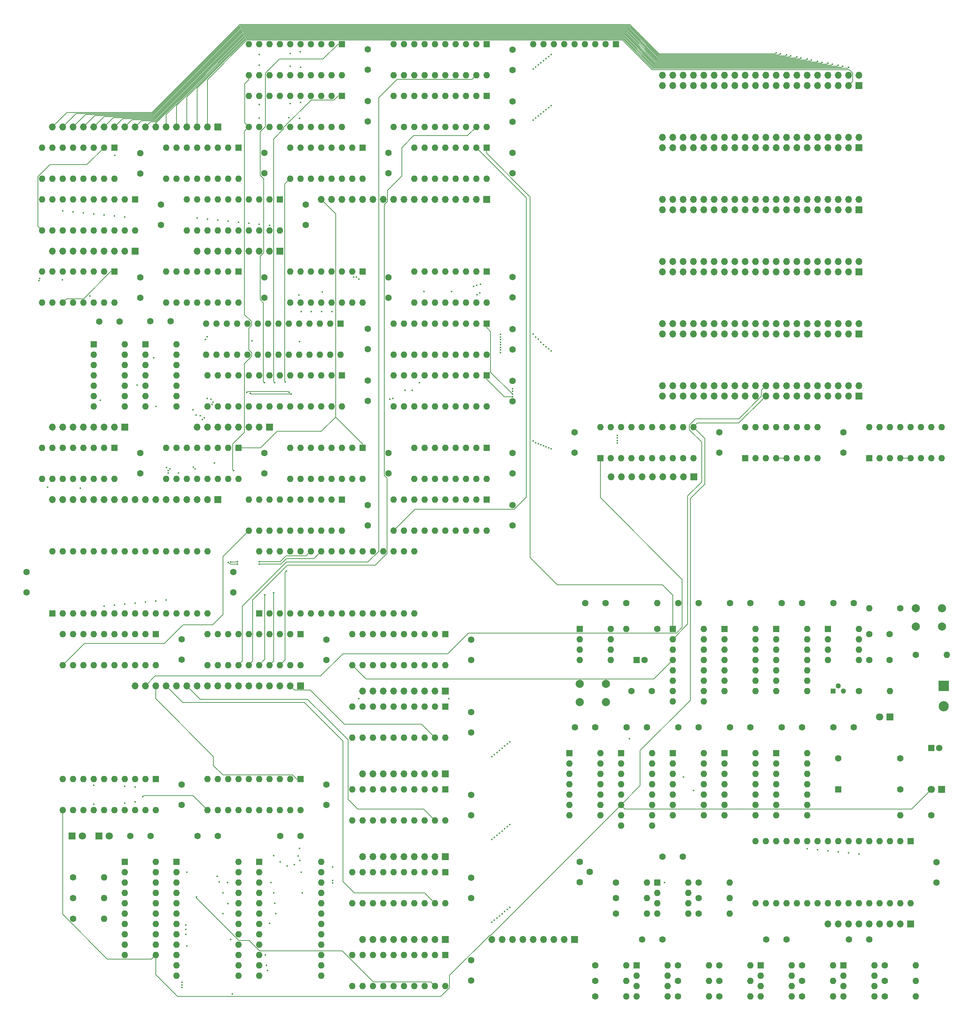
<source format=gbr>
G04 #@! TF.GenerationSoftware,KiCad,Pcbnew,(5.1.0-0)*
G04 #@! TF.CreationDate,2019-10-08T22:08:13-07:00*
G04 #@! TF.ProjectId,MainBoard,4d61696e-426f-4617-9264-2e6b69636164,rev?*
G04 #@! TF.SameCoordinates,Original*
G04 #@! TF.FileFunction,Copper,L3,Inr*
G04 #@! TF.FilePolarity,Positive*
%FSLAX46Y46*%
G04 Gerber Fmt 4.6, Leading zero omitted, Abs format (unit mm)*
G04 Created by KiCad (PCBNEW (5.1.0-0)) date 2019-10-08 22:08:13*
%MOMM*%
%LPD*%
G04 APERTURE LIST*
%ADD10C,2.500000*%
%ADD11R,2.500000X2.500000*%
%ADD12O,1.600000X1.600000*%
%ADD13R,1.600000X1.600000*%
%ADD14C,1.600000*%
%ADD15O,1.700000X1.700000*%
%ADD16R,1.700000X1.700000*%
%ADD17R,1.300000X1.300000*%
%ADD18C,1.300000*%
%ADD19C,2.000000*%
%ADD20C,1.620000*%
%ADD21C,1.800000*%
%ADD22R,1.800000X1.800000*%
%ADD23C,0.450000*%
%ADD24C,0.127000*%
G04 APERTURE END LIST*
D10*
X368808000Y-208200000D03*
D11*
X368808000Y-203200000D03*
D12*
X180340000Y-119380000D03*
X172720000Y-134620000D03*
X180340000Y-121920000D03*
X172720000Y-132080000D03*
X180340000Y-124460000D03*
X172720000Y-129540000D03*
X180340000Y-127000000D03*
X172720000Y-127000000D03*
X180340000Y-129540000D03*
X172720000Y-124460000D03*
X180340000Y-132080000D03*
X172720000Y-121920000D03*
X180340000Y-134620000D03*
D13*
X172720000Y-119380000D03*
D12*
X167640000Y-119380000D03*
X160020000Y-134620000D03*
X167640000Y-121920000D03*
X160020000Y-132080000D03*
X167640000Y-124460000D03*
X160020000Y-129540000D03*
X167640000Y-127000000D03*
X160020000Y-127000000D03*
X167640000Y-129540000D03*
X160020000Y-124460000D03*
X167640000Y-132080000D03*
X160020000Y-121920000D03*
X167640000Y-134620000D03*
D13*
X160020000Y-119380000D03*
D12*
X350520000Y-139700000D03*
X368300000Y-147320000D03*
X353060000Y-139700000D03*
X365760000Y-147320000D03*
X355600000Y-139700000D03*
X363220000Y-147320000D03*
X358140000Y-139700000D03*
X360680000Y-147320000D03*
X360680000Y-139700000D03*
X358140000Y-147320000D03*
X363220000Y-139700000D03*
X355600000Y-147320000D03*
X365760000Y-139700000D03*
X353060000Y-147320000D03*
X368300000Y-139700000D03*
D13*
X350520000Y-147320000D03*
D14*
X262890000Y-115650000D03*
X262890000Y-120650000D03*
X344170000Y-145970000D03*
X344170000Y-140970000D03*
D15*
X299720000Y-83820000D03*
X299720000Y-86360000D03*
X302260000Y-83820000D03*
X302260000Y-86360000D03*
X304800000Y-83820000D03*
X304800000Y-86360000D03*
X307340000Y-83820000D03*
X307340000Y-86360000D03*
X309880000Y-83820000D03*
X309880000Y-86360000D03*
X312420000Y-83820000D03*
X312420000Y-86360000D03*
X314960000Y-83820000D03*
X314960000Y-86360000D03*
X317500000Y-83820000D03*
X317500000Y-86360000D03*
X320040000Y-83820000D03*
X320040000Y-86360000D03*
X322580000Y-83820000D03*
X322580000Y-86360000D03*
X325120000Y-83820000D03*
X325120000Y-86360000D03*
X327660000Y-83820000D03*
X327660000Y-86360000D03*
X330200000Y-83820000D03*
X330200000Y-86360000D03*
X332740000Y-83820000D03*
X332740000Y-86360000D03*
X335280000Y-83820000D03*
X335280000Y-86360000D03*
X337820000Y-83820000D03*
X337820000Y-86360000D03*
X340360000Y-83820000D03*
X340360000Y-86360000D03*
X342900000Y-83820000D03*
X342900000Y-86360000D03*
X345440000Y-83820000D03*
X345440000Y-86360000D03*
X347980000Y-83820000D03*
D16*
X347980000Y-86360000D03*
D15*
X299720000Y-114300000D03*
X299720000Y-116840000D03*
X302260000Y-114300000D03*
X302260000Y-116840000D03*
X304800000Y-114300000D03*
X304800000Y-116840000D03*
X307340000Y-114300000D03*
X307340000Y-116840000D03*
X309880000Y-114300000D03*
X309880000Y-116840000D03*
X312420000Y-114300000D03*
X312420000Y-116840000D03*
X314960000Y-114300000D03*
X314960000Y-116840000D03*
X317500000Y-114300000D03*
X317500000Y-116840000D03*
X320040000Y-114300000D03*
X320040000Y-116840000D03*
X322580000Y-114300000D03*
X322580000Y-116840000D03*
X325120000Y-114300000D03*
X325120000Y-116840000D03*
X327660000Y-114300000D03*
X327660000Y-116840000D03*
X330200000Y-114300000D03*
X330200000Y-116840000D03*
X332740000Y-114300000D03*
X332740000Y-116840000D03*
X335280000Y-114300000D03*
X335280000Y-116840000D03*
X337820000Y-114300000D03*
X337820000Y-116840000D03*
X340360000Y-114300000D03*
X340360000Y-116840000D03*
X342900000Y-114300000D03*
X342900000Y-116840000D03*
X345440000Y-114300000D03*
X345440000Y-116840000D03*
X347980000Y-114300000D03*
D16*
X347980000Y-116840000D03*
D15*
X299720000Y-53340000D03*
X299720000Y-55880000D03*
X302260000Y-53340000D03*
X302260000Y-55880000D03*
X304800000Y-53340000D03*
X304800000Y-55880000D03*
X307340000Y-53340000D03*
X307340000Y-55880000D03*
X309880000Y-53340000D03*
X309880000Y-55880000D03*
X312420000Y-53340000D03*
X312420000Y-55880000D03*
X314960000Y-53340000D03*
X314960000Y-55880000D03*
X317500000Y-53340000D03*
X317500000Y-55880000D03*
X320040000Y-53340000D03*
X320040000Y-55880000D03*
X322580000Y-53340000D03*
X322580000Y-55880000D03*
X325120000Y-53340000D03*
X325120000Y-55880000D03*
X327660000Y-53340000D03*
X327660000Y-55880000D03*
X330200000Y-53340000D03*
X330200000Y-55880000D03*
X332740000Y-53340000D03*
X332740000Y-55880000D03*
X335280000Y-53340000D03*
X335280000Y-55880000D03*
X337820000Y-53340000D03*
X337820000Y-55880000D03*
X340360000Y-53340000D03*
X340360000Y-55880000D03*
X342900000Y-53340000D03*
X342900000Y-55880000D03*
X345440000Y-53340000D03*
X345440000Y-55880000D03*
X347980000Y-53340000D03*
D16*
X347980000Y-55880000D03*
D15*
X299720000Y-129540000D03*
X299720000Y-132080000D03*
X302260000Y-129540000D03*
X302260000Y-132080000D03*
X304800000Y-129540000D03*
X304800000Y-132080000D03*
X307340000Y-129540000D03*
X307340000Y-132080000D03*
X309880000Y-129540000D03*
X309880000Y-132080000D03*
X312420000Y-129540000D03*
X312420000Y-132080000D03*
X314960000Y-129540000D03*
X314960000Y-132080000D03*
X317500000Y-129540000D03*
X317500000Y-132080000D03*
X320040000Y-129540000D03*
X320040000Y-132080000D03*
X322580000Y-129540000D03*
X322580000Y-132080000D03*
X325120000Y-129540000D03*
X325120000Y-132080000D03*
X327660000Y-129540000D03*
X327660000Y-132080000D03*
X330200000Y-129540000D03*
X330200000Y-132080000D03*
X332740000Y-129540000D03*
X332740000Y-132080000D03*
X335280000Y-129540000D03*
X335280000Y-132080000D03*
X337820000Y-129540000D03*
X337820000Y-132080000D03*
X340360000Y-129540000D03*
X340360000Y-132080000D03*
X342900000Y-129540000D03*
X342900000Y-132080000D03*
X345440000Y-129540000D03*
X345440000Y-132080000D03*
X347980000Y-129540000D03*
D16*
X347980000Y-132080000D03*
D15*
X299720000Y-99060000D03*
X299720000Y-101600000D03*
X302260000Y-99060000D03*
X302260000Y-101600000D03*
X304800000Y-99060000D03*
X304800000Y-101600000D03*
X307340000Y-99060000D03*
X307340000Y-101600000D03*
X309880000Y-99060000D03*
X309880000Y-101600000D03*
X312420000Y-99060000D03*
X312420000Y-101600000D03*
X314960000Y-99060000D03*
X314960000Y-101600000D03*
X317500000Y-99060000D03*
X317500000Y-101600000D03*
X320040000Y-99060000D03*
X320040000Y-101600000D03*
X322580000Y-99060000D03*
X322580000Y-101600000D03*
X325120000Y-99060000D03*
X325120000Y-101600000D03*
X327660000Y-99060000D03*
X327660000Y-101600000D03*
X330200000Y-99060000D03*
X330200000Y-101600000D03*
X332740000Y-99060000D03*
X332740000Y-101600000D03*
X335280000Y-99060000D03*
X335280000Y-101600000D03*
X337820000Y-99060000D03*
X337820000Y-101600000D03*
X340360000Y-99060000D03*
X340360000Y-101600000D03*
X342900000Y-99060000D03*
X342900000Y-101600000D03*
X345440000Y-99060000D03*
X345440000Y-101600000D03*
X347980000Y-99060000D03*
D16*
X347980000Y-101600000D03*
D15*
X299720000Y-68580000D03*
X299720000Y-71120000D03*
X302260000Y-68580000D03*
X302260000Y-71120000D03*
X304800000Y-68580000D03*
X304800000Y-71120000D03*
X307340000Y-68580000D03*
X307340000Y-71120000D03*
X309880000Y-68580000D03*
X309880000Y-71120000D03*
X312420000Y-68580000D03*
X312420000Y-71120000D03*
X314960000Y-68580000D03*
X314960000Y-71120000D03*
X317500000Y-68580000D03*
X317500000Y-71120000D03*
X320040000Y-68580000D03*
X320040000Y-71120000D03*
X322580000Y-68580000D03*
X322580000Y-71120000D03*
X325120000Y-68580000D03*
X325120000Y-71120000D03*
X327660000Y-68580000D03*
X327660000Y-71120000D03*
X330200000Y-68580000D03*
X330200000Y-71120000D03*
X332740000Y-68580000D03*
X332740000Y-71120000D03*
X335280000Y-68580000D03*
X335280000Y-71120000D03*
X337820000Y-68580000D03*
X337820000Y-71120000D03*
X340360000Y-68580000D03*
X340360000Y-71120000D03*
X342900000Y-68580000D03*
X342900000Y-71120000D03*
X345440000Y-68580000D03*
X345440000Y-71120000D03*
X347980000Y-68580000D03*
D16*
X347980000Y-71120000D03*
D12*
X175260000Y-198115800D03*
X152400000Y-190495800D03*
X172720000Y-198115800D03*
X154940000Y-190495800D03*
X170180000Y-198115800D03*
X157480000Y-190495800D03*
X167640000Y-198115800D03*
X160020000Y-190495800D03*
X165100000Y-198115800D03*
X162560000Y-190495800D03*
X162560000Y-198115800D03*
X165100000Y-190495800D03*
X160020000Y-198115800D03*
X167640000Y-190495800D03*
X157480000Y-198115800D03*
X170180000Y-190495800D03*
X154940000Y-198115800D03*
X172720000Y-190495800D03*
X152400000Y-198115800D03*
D13*
X175260000Y-190495800D03*
D14*
X341710000Y-182880000D03*
X346710000Y-182880000D03*
X358140000Y-228600000D03*
X358140000Y-220980000D03*
X342900000Y-220980000D03*
D13*
X342900000Y-228600000D03*
D12*
X355600000Y-204470000D03*
D14*
X347980000Y-204470000D03*
D12*
X350520000Y-184150000D03*
D14*
X358140000Y-184150000D03*
D12*
X369570000Y-195580000D03*
D14*
X361950000Y-195580000D03*
X355520000Y-190500000D03*
X350520000Y-190500000D03*
X355520000Y-196850000D03*
X350520000Y-196850000D03*
D12*
X290830000Y-189230000D03*
D14*
X298450000Y-189230000D03*
D12*
X298450000Y-182880000D03*
D14*
X290830000Y-182880000D03*
X297100000Y-204470000D03*
X292100000Y-204470000D03*
X295370000Y-196850000D03*
D13*
X293370000Y-196850000D03*
D12*
X256540000Y-53340000D03*
X233680000Y-45720000D03*
X254000000Y-53340000D03*
X236220000Y-45720000D03*
X251460000Y-53340000D03*
X238760000Y-45720000D03*
X248920000Y-53340000D03*
X241300000Y-45720000D03*
X246380000Y-53340000D03*
X243840000Y-45720000D03*
X243840000Y-53340000D03*
X246380000Y-45720000D03*
X241300000Y-53340000D03*
X248920000Y-45720000D03*
X238760000Y-53340000D03*
X251460000Y-45720000D03*
X236220000Y-53340000D03*
X254000000Y-45720000D03*
X233680000Y-53340000D03*
D13*
X256540000Y-45720000D03*
D12*
X149860000Y-170180000D03*
X187960000Y-185420000D03*
X152400000Y-170180000D03*
X185420000Y-185420000D03*
X154940000Y-170180000D03*
X182880000Y-185420000D03*
X157480000Y-170180000D03*
X180340000Y-185420000D03*
X160020000Y-170180000D03*
X177800000Y-185420000D03*
X162560000Y-170180000D03*
X175260000Y-185420000D03*
X165100000Y-170180000D03*
X172720000Y-185420000D03*
X167640000Y-170180000D03*
X170180000Y-185420000D03*
X170180000Y-170180000D03*
X167640000Y-185420000D03*
X172720000Y-170180000D03*
X165100000Y-185420000D03*
X175260000Y-170180000D03*
X162560000Y-185420000D03*
X177800000Y-170180000D03*
X160020000Y-185420000D03*
X180340000Y-170180000D03*
X157480000Y-185420000D03*
X182880000Y-170180000D03*
X154940000Y-185420000D03*
X185420000Y-170180000D03*
X152400000Y-185420000D03*
X187960000Y-170180000D03*
D13*
X149860000Y-185420000D03*
D12*
X220980000Y-53340000D03*
X198120000Y-45720000D03*
X218440000Y-53340000D03*
X200660000Y-45720000D03*
X215900000Y-53340000D03*
X203200000Y-45720000D03*
X213360000Y-53340000D03*
X205740000Y-45720000D03*
X210820000Y-53340000D03*
X208280000Y-45720000D03*
X208280000Y-53340000D03*
X210820000Y-45720000D03*
X205740000Y-53340000D03*
X213360000Y-45720000D03*
X203200000Y-53340000D03*
X215900000Y-45720000D03*
X200660000Y-53340000D03*
X218440000Y-45720000D03*
X198120000Y-53340000D03*
D13*
X220980000Y-45720000D03*
D15*
X149860000Y-139700000D03*
X152400000Y-139700000D03*
X154940000Y-139700000D03*
X157480000Y-139700000D03*
X160020000Y-139700000D03*
X162560000Y-139700000D03*
X165100000Y-139700000D03*
D16*
X167640000Y-139700000D03*
D15*
X185420000Y-139700000D03*
X187960000Y-139700000D03*
X190500000Y-139700000D03*
X193040000Y-139700000D03*
X195580000Y-139700000D03*
X198120000Y-139700000D03*
X200660000Y-139700000D03*
D16*
X203200000Y-139700000D03*
D15*
X149860000Y-96520000D03*
X152400000Y-96520000D03*
X154940000Y-96520000D03*
X157480000Y-96520000D03*
X160020000Y-96520000D03*
X162560000Y-96520000D03*
X165100000Y-96520000D03*
X167640000Y-96520000D03*
D16*
X170180000Y-96520000D03*
D15*
X185420000Y-96520000D03*
X187960000Y-96520000D03*
X190500000Y-96520000D03*
X193040000Y-96520000D03*
X195580000Y-96520000D03*
X198120000Y-96520000D03*
X200660000Y-96520000D03*
X203200000Y-96520000D03*
D16*
X205740000Y-96520000D03*
D12*
X175260000Y-246380000D03*
X167640000Y-269240000D03*
X175260000Y-248920000D03*
X167640000Y-266700000D03*
X175260000Y-251460000D03*
X167640000Y-264160000D03*
X175260000Y-254000000D03*
X167640000Y-261620000D03*
X175260000Y-256540000D03*
X167640000Y-259080000D03*
X175260000Y-259080000D03*
X167640000Y-256540000D03*
X175260000Y-261620000D03*
X167640000Y-254000000D03*
X175260000Y-264160000D03*
X167640000Y-251460000D03*
X175260000Y-266700000D03*
X167640000Y-248920000D03*
X175260000Y-269240000D03*
D13*
X167640000Y-246380000D03*
D12*
X246380000Y-276860000D03*
X223520000Y-269240000D03*
X243840000Y-276860000D03*
X226060000Y-269240000D03*
X241300000Y-276860000D03*
X228600000Y-269240000D03*
X238760000Y-276860000D03*
X231140000Y-269240000D03*
X236220000Y-276860000D03*
X233680000Y-269240000D03*
X233680000Y-276860000D03*
X236220000Y-269240000D03*
X231140000Y-276860000D03*
X238760000Y-269240000D03*
X228600000Y-276860000D03*
X241300000Y-269240000D03*
X226060000Y-276860000D03*
X243840000Y-269240000D03*
X223520000Y-276860000D03*
D13*
X246380000Y-269240000D03*
D12*
X195580000Y-246380000D03*
X180340000Y-274320000D03*
X195580000Y-248920000D03*
X180340000Y-271780000D03*
X195580000Y-251460000D03*
X180340000Y-269240000D03*
X195580000Y-254000000D03*
X180340000Y-266700000D03*
X195580000Y-256540000D03*
X180340000Y-264160000D03*
X195580000Y-259080000D03*
X180340000Y-261620000D03*
X195580000Y-261620000D03*
X180340000Y-259080000D03*
X195580000Y-264160000D03*
X180340000Y-256540000D03*
X195580000Y-266700000D03*
X180340000Y-254000000D03*
X195580000Y-269240000D03*
X180340000Y-251460000D03*
X195580000Y-271780000D03*
X180340000Y-248920000D03*
X195580000Y-274320000D03*
D13*
X180340000Y-246380000D03*
D12*
X215900000Y-246380000D03*
X200660000Y-274320000D03*
X215900000Y-248920000D03*
X200660000Y-271780000D03*
X215900000Y-251460000D03*
X200660000Y-269240000D03*
X215900000Y-254000000D03*
X200660000Y-266700000D03*
X215900000Y-256540000D03*
X200660000Y-264160000D03*
X215900000Y-259080000D03*
X200660000Y-261620000D03*
X215900000Y-261620000D03*
X200660000Y-259080000D03*
X215900000Y-264160000D03*
X200660000Y-256540000D03*
X215900000Y-266700000D03*
X200660000Y-254000000D03*
X215900000Y-269240000D03*
X200660000Y-251460000D03*
X215900000Y-271780000D03*
X200660000Y-248920000D03*
X215900000Y-274320000D03*
D13*
X200660000Y-246380000D03*
D12*
X246380000Y-256540000D03*
X223520000Y-248920000D03*
X243840000Y-256540000D03*
X226060000Y-248920000D03*
X241300000Y-256540000D03*
X228600000Y-248920000D03*
X238760000Y-256540000D03*
X231140000Y-248920000D03*
X236220000Y-256540000D03*
X233680000Y-248920000D03*
X233680000Y-256540000D03*
X236220000Y-248920000D03*
X231140000Y-256540000D03*
X238760000Y-248920000D03*
X228600000Y-256540000D03*
X241300000Y-248920000D03*
X226060000Y-256540000D03*
X243840000Y-248920000D03*
X223520000Y-256540000D03*
D13*
X246380000Y-248920000D03*
D12*
X210820000Y-233680000D03*
X187960000Y-226060000D03*
X208280000Y-233680000D03*
X190500000Y-226060000D03*
X205740000Y-233680000D03*
X193040000Y-226060000D03*
X203200000Y-233680000D03*
X195580000Y-226060000D03*
X200660000Y-233680000D03*
X198120000Y-226060000D03*
X198120000Y-233680000D03*
X200660000Y-226060000D03*
X195580000Y-233680000D03*
X203200000Y-226060000D03*
X193040000Y-233680000D03*
X205740000Y-226060000D03*
X190500000Y-233680000D03*
X208280000Y-226060000D03*
X187960000Y-233680000D03*
D13*
X210820000Y-226060000D03*
D12*
X246380000Y-236220000D03*
X223520000Y-228600000D03*
X243840000Y-236220000D03*
X226060000Y-228600000D03*
X241300000Y-236220000D03*
X228600000Y-228600000D03*
X238760000Y-236220000D03*
X231140000Y-228600000D03*
X236220000Y-236220000D03*
X233680000Y-228600000D03*
X233680000Y-236220000D03*
X236220000Y-228600000D03*
X231140000Y-236220000D03*
X238760000Y-228600000D03*
X228600000Y-236220000D03*
X241300000Y-228600000D03*
X226060000Y-236220000D03*
X243840000Y-228600000D03*
X223520000Y-236220000D03*
D13*
X246380000Y-228600000D03*
D12*
X175260000Y-233680000D03*
X152400000Y-226060000D03*
X172720000Y-233680000D03*
X154940000Y-226060000D03*
X170180000Y-233680000D03*
X157480000Y-226060000D03*
X167640000Y-233680000D03*
X160020000Y-226060000D03*
X165100000Y-233680000D03*
X162560000Y-226060000D03*
X162560000Y-233680000D03*
X165100000Y-226060000D03*
X160020000Y-233680000D03*
X167640000Y-226060000D03*
X157480000Y-233680000D03*
X170180000Y-226060000D03*
X154940000Y-233680000D03*
X172720000Y-226060000D03*
X152400000Y-233680000D03*
D13*
X175260000Y-226060000D03*
D12*
X309880000Y-189230000D03*
X302260000Y-207010000D03*
X309880000Y-191770000D03*
X302260000Y-204470000D03*
X309880000Y-194310000D03*
X302260000Y-201930000D03*
X309880000Y-196850000D03*
X302260000Y-199390000D03*
X309880000Y-199390000D03*
X302260000Y-196850000D03*
X309880000Y-201930000D03*
X302260000Y-194310000D03*
X309880000Y-204470000D03*
X302260000Y-191770000D03*
X309880000Y-207010000D03*
D13*
X302260000Y-189230000D03*
D12*
X322580000Y-189230000D03*
X314960000Y-204470000D03*
X322580000Y-191770000D03*
X314960000Y-201930000D03*
X322580000Y-194310000D03*
X314960000Y-199390000D03*
X322580000Y-196850000D03*
X314960000Y-196850000D03*
X322580000Y-199390000D03*
X314960000Y-194310000D03*
X322580000Y-201930000D03*
X314960000Y-191770000D03*
X322580000Y-204470000D03*
D13*
X314960000Y-189230000D03*
D12*
X335280000Y-189230000D03*
X327660000Y-204470000D03*
X335280000Y-191770000D03*
X327660000Y-201930000D03*
X335280000Y-194310000D03*
X327660000Y-199390000D03*
X335280000Y-196850000D03*
X327660000Y-196850000D03*
X335280000Y-199390000D03*
X327660000Y-194310000D03*
X335280000Y-201930000D03*
X327660000Y-191770000D03*
X335280000Y-204470000D03*
D13*
X327660000Y-189230000D03*
D17*
X341630000Y-204470000D03*
D18*
X344170000Y-204470000D03*
X342900000Y-203200000D03*
D12*
X347980000Y-189230000D03*
X340360000Y-196850000D03*
X347980000Y-191770000D03*
X340360000Y-194310000D03*
X347980000Y-194310000D03*
X340360000Y-191770000D03*
X347980000Y-196850000D03*
D13*
X340360000Y-189230000D03*
D12*
X309880000Y-219710000D03*
X302260000Y-234950000D03*
X309880000Y-222250000D03*
X302260000Y-232410000D03*
X309880000Y-224790000D03*
X302260000Y-229870000D03*
X309880000Y-227330000D03*
X302260000Y-227330000D03*
X309880000Y-229870000D03*
X302260000Y-224790000D03*
X309880000Y-232410000D03*
X302260000Y-222250000D03*
X309880000Y-234950000D03*
D13*
X302260000Y-219710000D03*
D12*
X322580000Y-219710000D03*
X314960000Y-234950000D03*
X322580000Y-222250000D03*
X314960000Y-232410000D03*
X322580000Y-224790000D03*
X314960000Y-229870000D03*
X322580000Y-227330000D03*
X314960000Y-227330000D03*
X322580000Y-229870000D03*
X314960000Y-224790000D03*
X322580000Y-232410000D03*
X314960000Y-222250000D03*
X322580000Y-234950000D03*
D13*
X314960000Y-219710000D03*
D12*
X297180000Y-219710000D03*
X289560000Y-237490000D03*
X297180000Y-222250000D03*
X289560000Y-234950000D03*
X297180000Y-224790000D03*
X289560000Y-232410000D03*
X297180000Y-227330000D03*
X289560000Y-229870000D03*
X297180000Y-229870000D03*
X289560000Y-227330000D03*
X297180000Y-232410000D03*
X289560000Y-224790000D03*
X297180000Y-234950000D03*
X289560000Y-222250000D03*
X297180000Y-237490000D03*
D13*
X289560000Y-219710000D03*
D12*
X335280000Y-219710000D03*
X327660000Y-234950000D03*
X335280000Y-222250000D03*
X327660000Y-232410000D03*
X335280000Y-224790000D03*
X327660000Y-229870000D03*
X335280000Y-227330000D03*
X327660000Y-227330000D03*
X335280000Y-229870000D03*
X327660000Y-224790000D03*
X335280000Y-232410000D03*
X327660000Y-222250000D03*
X335280000Y-234950000D03*
D13*
X327660000Y-219710000D03*
D12*
X287020000Y-189230000D03*
X279400000Y-196850000D03*
X287020000Y-191770000D03*
X279400000Y-194310000D03*
X287020000Y-194310000D03*
X279400000Y-191770000D03*
X287020000Y-196850000D03*
D13*
X279400000Y-189230000D03*
D12*
X284480000Y-219710000D03*
X276860000Y-234950000D03*
X284480000Y-222250000D03*
X276860000Y-232410000D03*
X284480000Y-224790000D03*
X276860000Y-229870000D03*
X284480000Y-227330000D03*
X276860000Y-227330000D03*
X284480000Y-229870000D03*
X276860000Y-224790000D03*
X284480000Y-232410000D03*
X276860000Y-222250000D03*
X284480000Y-234950000D03*
D13*
X276860000Y-219710000D03*
D12*
X351790000Y-271780000D03*
X344170000Y-279400000D03*
X351790000Y-274320000D03*
X344170000Y-276860000D03*
X351790000Y-276860000D03*
X344170000Y-274320000D03*
X351790000Y-279400000D03*
D13*
X344170000Y-271780000D03*
D12*
X331470000Y-271780000D03*
X323850000Y-279400000D03*
X331470000Y-274320000D03*
X323850000Y-276860000D03*
X331470000Y-276860000D03*
X323850000Y-274320000D03*
X331470000Y-279400000D03*
D13*
X323850000Y-271780000D03*
D12*
X360676200Y-256538200D03*
X322576200Y-241298200D03*
X358136200Y-256538200D03*
X325116200Y-241298200D03*
X355596200Y-256538200D03*
X327656200Y-241298200D03*
X353056200Y-256538200D03*
X330196200Y-241298200D03*
X350516200Y-256538200D03*
X332736200Y-241298200D03*
X347976200Y-256538200D03*
X335276200Y-241298200D03*
X345436200Y-256538200D03*
X337816200Y-241298200D03*
X342896200Y-256538200D03*
X340356200Y-241298200D03*
X340356200Y-256538200D03*
X342896200Y-241298200D03*
X337816200Y-256538200D03*
X345436200Y-241298200D03*
X335276200Y-256538200D03*
X347976200Y-241298200D03*
X332736200Y-256538200D03*
X350516200Y-241298200D03*
X330196200Y-256538200D03*
X353056200Y-241298200D03*
X327656200Y-256538200D03*
X355596200Y-241298200D03*
X325116200Y-256538200D03*
X358136200Y-241298200D03*
X322576200Y-256538200D03*
D13*
X360676200Y-241298200D03*
D12*
X300990000Y-271780000D03*
X293370000Y-279400000D03*
X300990000Y-274320000D03*
X293370000Y-276860000D03*
X300990000Y-276860000D03*
X293370000Y-274320000D03*
X300990000Y-279400000D03*
D13*
X293370000Y-271780000D03*
D12*
X306070000Y-251460000D03*
X298450000Y-259080000D03*
X306070000Y-254000000D03*
X298450000Y-256540000D03*
X306070000Y-256540000D03*
X298450000Y-254000000D03*
X306070000Y-259080000D03*
D13*
X298450000Y-251460000D03*
D12*
X246380000Y-215900000D03*
X223520000Y-208280000D03*
X243840000Y-215900000D03*
X226060000Y-208280000D03*
X241300000Y-215900000D03*
X228600000Y-208280000D03*
X238760000Y-215900000D03*
X231140000Y-208280000D03*
X236220000Y-215900000D03*
X233680000Y-208280000D03*
X233680000Y-215900000D03*
X236220000Y-208280000D03*
X231140000Y-215900000D03*
X238760000Y-208280000D03*
X228600000Y-215900000D03*
X241300000Y-208280000D03*
X226060000Y-215900000D03*
X243840000Y-208280000D03*
X223520000Y-215900000D03*
D13*
X246380000Y-208280000D03*
D12*
X246389000Y-198115800D03*
X223529000Y-190495800D03*
X243849000Y-198115800D03*
X226069000Y-190495800D03*
X241309000Y-198115800D03*
X228609000Y-190495800D03*
X238769000Y-198115800D03*
X231149000Y-190495800D03*
X236229000Y-198115800D03*
X233689000Y-190495800D03*
X233689000Y-198115800D03*
X236229000Y-190495800D03*
X231149000Y-198115800D03*
X238769000Y-190495800D03*
X228609000Y-198115800D03*
X241309000Y-190495800D03*
X226069000Y-198115800D03*
X243849000Y-190495800D03*
X223529000Y-198115800D03*
D13*
X246389000Y-190495800D03*
D12*
X210829000Y-198115800D03*
X187969000Y-190495800D03*
X208289000Y-198115800D03*
X190509000Y-190495800D03*
X205749000Y-198115800D03*
X193049000Y-190495800D03*
X203209000Y-198115800D03*
X195589000Y-190495800D03*
X200669000Y-198115800D03*
X198129000Y-190495800D03*
X198129000Y-198115800D03*
X200669000Y-190495800D03*
X195589000Y-198115800D03*
X203209000Y-190495800D03*
X193049000Y-198115800D03*
X205749000Y-190495800D03*
X190509000Y-198115800D03*
X208289000Y-190495800D03*
X187969000Y-198115800D03*
D13*
X210829000Y-190495800D03*
D12*
X200660000Y-170180000D03*
X238760000Y-185420000D03*
X203200000Y-170180000D03*
X236220000Y-185420000D03*
X205740000Y-170180000D03*
X233680000Y-185420000D03*
X208280000Y-170180000D03*
X231140000Y-185420000D03*
X210820000Y-170180000D03*
X228600000Y-185420000D03*
X213360000Y-170180000D03*
X226060000Y-185420000D03*
X215900000Y-170180000D03*
X223520000Y-185420000D03*
X218440000Y-170180000D03*
X220980000Y-185420000D03*
X220980000Y-170180000D03*
X218440000Y-185420000D03*
X223520000Y-170180000D03*
X215900000Y-185420000D03*
X226060000Y-170180000D03*
X213360000Y-185420000D03*
X228600000Y-170180000D03*
X210820000Y-185420000D03*
X231140000Y-170180000D03*
X208280000Y-185420000D03*
X233680000Y-170180000D03*
X205740000Y-185420000D03*
X236220000Y-170180000D03*
X203200000Y-185420000D03*
X238760000Y-170180000D03*
D13*
X200660000Y-185420000D03*
D12*
X220980000Y-165100000D03*
X198120000Y-157480000D03*
X218440000Y-165100000D03*
X200660000Y-157480000D03*
X215900000Y-165100000D03*
X203200000Y-157480000D03*
X213360000Y-165100000D03*
X205740000Y-157480000D03*
X210820000Y-165100000D03*
X208280000Y-157480000D03*
X208280000Y-165100000D03*
X210820000Y-157480000D03*
X205740000Y-165100000D03*
X213360000Y-157480000D03*
X203200000Y-165100000D03*
X215900000Y-157480000D03*
X200660000Y-165100000D03*
X218440000Y-157480000D03*
X198120000Y-165100000D03*
D13*
X220980000Y-157480000D03*
D12*
X165100000Y-152400000D03*
X147320000Y-144780000D03*
X162560000Y-152400000D03*
X149860000Y-144780000D03*
X160020000Y-152400000D03*
X152400000Y-144780000D03*
X157480000Y-152400000D03*
X154940000Y-144780000D03*
X154940000Y-152400000D03*
X157480000Y-144780000D03*
X152400000Y-152400000D03*
X160020000Y-144780000D03*
X149860000Y-152400000D03*
X162560000Y-144780000D03*
X147320000Y-152400000D03*
D13*
X165100000Y-144780000D03*
D12*
X195580000Y-152400000D03*
X177800000Y-144780000D03*
X193040000Y-152400000D03*
X180340000Y-144780000D03*
X190500000Y-152400000D03*
X182880000Y-144780000D03*
X187960000Y-152400000D03*
X185420000Y-144780000D03*
X185420000Y-152400000D03*
X187960000Y-144780000D03*
X182880000Y-152400000D03*
X190500000Y-144780000D03*
X180340000Y-152400000D03*
X193040000Y-144780000D03*
X177800000Y-152400000D03*
D13*
X195580000Y-144780000D03*
D12*
X256540000Y-165100000D03*
X233680000Y-157480000D03*
X254000000Y-165100000D03*
X236220000Y-157480000D03*
X251460000Y-165100000D03*
X238760000Y-157480000D03*
X248920000Y-165100000D03*
X241300000Y-157480000D03*
X246380000Y-165100000D03*
X243840000Y-157480000D03*
X243840000Y-165100000D03*
X246380000Y-157480000D03*
X241300000Y-165100000D03*
X248920000Y-157480000D03*
X238760000Y-165100000D03*
X251460000Y-157480000D03*
X236220000Y-165100000D03*
X254000000Y-157480000D03*
X233680000Y-165100000D03*
D13*
X256540000Y-157480000D03*
D12*
X226060000Y-152400000D03*
X208280000Y-144780000D03*
X223520000Y-152400000D03*
X210820000Y-144780000D03*
X220980000Y-152400000D03*
X213360000Y-144780000D03*
X218440000Y-152400000D03*
X215900000Y-144780000D03*
X215900000Y-152400000D03*
X218440000Y-144780000D03*
X213360000Y-152400000D03*
X220980000Y-144780000D03*
X210820000Y-152400000D03*
X223520000Y-144780000D03*
X208280000Y-152400000D03*
D13*
X226060000Y-144780000D03*
D12*
X256540000Y-152400000D03*
X238760000Y-144780000D03*
X254000000Y-152400000D03*
X241300000Y-144780000D03*
X251460000Y-152400000D03*
X243840000Y-144780000D03*
X248920000Y-152400000D03*
X246380000Y-144780000D03*
X246380000Y-152400000D03*
X248920000Y-144780000D03*
X243840000Y-152400000D03*
X251460000Y-144780000D03*
X241300000Y-152400000D03*
X254000000Y-144780000D03*
X238760000Y-152400000D03*
D13*
X256540000Y-144780000D03*
D12*
X256540000Y-121920000D03*
X233680000Y-114300000D03*
X254000000Y-121920000D03*
X236220000Y-114300000D03*
X251460000Y-121920000D03*
X238760000Y-114300000D03*
X248920000Y-121920000D03*
X241300000Y-114300000D03*
X246380000Y-121920000D03*
X243840000Y-114300000D03*
X243840000Y-121920000D03*
X246380000Y-114300000D03*
X241300000Y-121920000D03*
X248920000Y-114300000D03*
X238760000Y-121920000D03*
X251460000Y-114300000D03*
X236220000Y-121920000D03*
X254000000Y-114300000D03*
X233680000Y-121920000D03*
D13*
X256540000Y-114300000D03*
D12*
X256540000Y-134620000D03*
X233680000Y-127000000D03*
X254000000Y-134620000D03*
X236220000Y-127000000D03*
X251460000Y-134620000D03*
X238760000Y-127000000D03*
X248920000Y-134620000D03*
X241300000Y-127000000D03*
X246380000Y-134620000D03*
X243840000Y-127000000D03*
X243840000Y-134620000D03*
X246380000Y-127000000D03*
X241300000Y-134620000D03*
X248920000Y-127000000D03*
X238760000Y-134620000D03*
X251460000Y-127000000D03*
X236220000Y-134620000D03*
X254000000Y-127000000D03*
X233680000Y-134620000D03*
D13*
X256540000Y-127000000D03*
D12*
X220675800Y-121920000D03*
X187655800Y-114300000D03*
X218135800Y-121920000D03*
X190195800Y-114300000D03*
X215595800Y-121920000D03*
X192735800Y-114300000D03*
X213055800Y-121920000D03*
X195275800Y-114300000D03*
X210515800Y-121920000D03*
X197815800Y-114300000D03*
X207975800Y-121920000D03*
X200355800Y-114300000D03*
X205435800Y-121920000D03*
X202895800Y-114300000D03*
X202895800Y-121920000D03*
X205435800Y-114300000D03*
X200355800Y-121920000D03*
X207975800Y-114300000D03*
X197815800Y-121920000D03*
X210515800Y-114300000D03*
X195275800Y-121920000D03*
X213055800Y-114300000D03*
X192735800Y-121920000D03*
X215595800Y-114300000D03*
X190195800Y-121920000D03*
X218135800Y-114300000D03*
X187655800Y-121920000D03*
D13*
X220675800Y-114300000D03*
D12*
X220980000Y-134620000D03*
X187960000Y-127000000D03*
X218440000Y-134620000D03*
X190500000Y-127000000D03*
X215900000Y-134620000D03*
X193040000Y-127000000D03*
X213360000Y-134620000D03*
X195580000Y-127000000D03*
X210820000Y-134620000D03*
X198120000Y-127000000D03*
X208280000Y-134620000D03*
X200660000Y-127000000D03*
X205740000Y-134620000D03*
X203200000Y-127000000D03*
X203200000Y-134620000D03*
X205740000Y-127000000D03*
X200660000Y-134620000D03*
X208280000Y-127000000D03*
X198120000Y-134620000D03*
X210820000Y-127000000D03*
X195580000Y-134620000D03*
X213360000Y-127000000D03*
X193040000Y-134620000D03*
X215900000Y-127000000D03*
X190500000Y-134620000D03*
X218440000Y-127000000D03*
X187960000Y-134620000D03*
D13*
X220980000Y-127000000D03*
D12*
X165122000Y-109175200D03*
X147342000Y-101555200D03*
X162582000Y-109175200D03*
X149882000Y-101555200D03*
X160042000Y-109175200D03*
X152422000Y-101555200D03*
X157502000Y-109175200D03*
X154962000Y-101555200D03*
X154962000Y-109175200D03*
X157502000Y-101555200D03*
X152422000Y-109175200D03*
X160042000Y-101555200D03*
X149882000Y-109175200D03*
X162582000Y-101555200D03*
X147342000Y-109175200D03*
D13*
X165122000Y-101555200D03*
D12*
X195602000Y-109175200D03*
X177822000Y-101555200D03*
X193062000Y-109175200D03*
X180362000Y-101555200D03*
X190522000Y-109175200D03*
X182902000Y-101555200D03*
X187982000Y-109175200D03*
X185442000Y-101555200D03*
X185442000Y-109175200D03*
X187982000Y-101555200D03*
X182902000Y-109175200D03*
X190522000Y-101555200D03*
X180362000Y-109175200D03*
X193062000Y-101555200D03*
X177822000Y-109175200D03*
D13*
X195602000Y-101555200D03*
D12*
X226082000Y-109175200D03*
X208302000Y-101555200D03*
X223542000Y-109175200D03*
X210842000Y-101555200D03*
X221002000Y-109175200D03*
X213382000Y-101555200D03*
X218462000Y-109175200D03*
X215922000Y-101555200D03*
X215922000Y-109175200D03*
X218462000Y-101555200D03*
X213382000Y-109175200D03*
X221002000Y-101555200D03*
X210842000Y-109175200D03*
X223542000Y-101555200D03*
X208302000Y-109175200D03*
D13*
X226082000Y-101555200D03*
D12*
X256562000Y-109175200D03*
X238782000Y-101555200D03*
X254022000Y-109175200D03*
X241322000Y-101555200D03*
X251482000Y-109175200D03*
X243862000Y-101555200D03*
X248942000Y-109175200D03*
X246402000Y-101555200D03*
X246402000Y-109175200D03*
X248942000Y-101555200D03*
X243862000Y-109175200D03*
X251482000Y-101555200D03*
X241322000Y-109175200D03*
X254022000Y-101555200D03*
X238782000Y-109175200D03*
D13*
X256562000Y-101555200D03*
D12*
X170174000Y-91446000D03*
X147314000Y-83826000D03*
X167634000Y-91446000D03*
X149854000Y-83826000D03*
X165094000Y-91446000D03*
X152394000Y-83826000D03*
X162554000Y-91446000D03*
X154934000Y-83826000D03*
X160014000Y-91446000D03*
X157474000Y-83826000D03*
X157474000Y-91446000D03*
X160014000Y-83826000D03*
X154934000Y-91446000D03*
X162554000Y-83826000D03*
X152394000Y-91446000D03*
X165094000Y-83826000D03*
X149854000Y-91446000D03*
X167634000Y-83826000D03*
X147314000Y-91446000D03*
D13*
X170174000Y-83826000D03*
D12*
X205734000Y-91446000D03*
X182874000Y-83826000D03*
X203194000Y-91446000D03*
X185414000Y-83826000D03*
X200654000Y-91446000D03*
X187954000Y-83826000D03*
X198114000Y-91446000D03*
X190494000Y-83826000D03*
X195574000Y-91446000D03*
X193034000Y-83826000D03*
X193034000Y-91446000D03*
X195574000Y-83826000D03*
X190494000Y-91446000D03*
X198114000Y-83826000D03*
X187954000Y-91446000D03*
X200654000Y-83826000D03*
X185414000Y-91446000D03*
X203194000Y-83826000D03*
X182874000Y-91446000D03*
D13*
X205734000Y-83826000D03*
D12*
X165100000Y-78740000D03*
X147320000Y-71120000D03*
X162560000Y-78740000D03*
X149860000Y-71120000D03*
X160020000Y-78740000D03*
X152400000Y-71120000D03*
X157480000Y-78740000D03*
X154940000Y-71120000D03*
X154940000Y-78740000D03*
X157480000Y-71120000D03*
X152400000Y-78740000D03*
X160020000Y-71120000D03*
X149860000Y-78740000D03*
X162560000Y-71120000D03*
X147320000Y-78740000D03*
D13*
X165100000Y-71120000D03*
D12*
X195580000Y-78740000D03*
X177800000Y-71120000D03*
X193040000Y-78740000D03*
X180340000Y-71120000D03*
X190500000Y-78740000D03*
X182880000Y-71120000D03*
X187960000Y-78740000D03*
X185420000Y-71120000D03*
X185420000Y-78740000D03*
X187960000Y-71120000D03*
X182880000Y-78740000D03*
X190500000Y-71120000D03*
X180340000Y-78740000D03*
X193040000Y-71120000D03*
X177800000Y-78740000D03*
D13*
X195580000Y-71120000D03*
D12*
X226060000Y-78740000D03*
X208280000Y-71120000D03*
X223520000Y-78740000D03*
X210820000Y-71120000D03*
X220980000Y-78740000D03*
X213360000Y-71120000D03*
X218440000Y-78740000D03*
X215900000Y-71120000D03*
X215900000Y-78740000D03*
X218440000Y-71120000D03*
X213360000Y-78740000D03*
X220980000Y-71120000D03*
X210820000Y-78740000D03*
X223520000Y-71120000D03*
X208280000Y-78740000D03*
D13*
X226060000Y-71120000D03*
D12*
X256540000Y-78740000D03*
X238760000Y-71120000D03*
X254000000Y-78740000D03*
X241300000Y-71120000D03*
X251460000Y-78740000D03*
X243840000Y-71120000D03*
X248920000Y-78740000D03*
X246380000Y-71120000D03*
X246380000Y-78740000D03*
X248920000Y-71120000D03*
X243840000Y-78740000D03*
X251460000Y-71120000D03*
X241300000Y-78740000D03*
X254000000Y-71120000D03*
X238760000Y-78740000D03*
D13*
X256540000Y-71120000D03*
D12*
X256540000Y-66040000D03*
X233680000Y-58420000D03*
X254000000Y-66040000D03*
X236220000Y-58420000D03*
X251460000Y-66040000D03*
X238760000Y-58420000D03*
X248920000Y-66040000D03*
X241300000Y-58420000D03*
X246380000Y-66040000D03*
X243840000Y-58420000D03*
X243840000Y-66040000D03*
X246380000Y-58420000D03*
X241300000Y-66040000D03*
X248920000Y-58420000D03*
X238760000Y-66040000D03*
X251460000Y-58420000D03*
X236220000Y-66040000D03*
X254000000Y-58420000D03*
X233680000Y-66040000D03*
D13*
X256540000Y-58420000D03*
D12*
X220980000Y-66040000D03*
X198120000Y-58420000D03*
X218440000Y-66040000D03*
X200660000Y-58420000D03*
X215900000Y-66040000D03*
X203200000Y-58420000D03*
X213360000Y-66040000D03*
X205740000Y-58420000D03*
X210820000Y-66040000D03*
X208280000Y-58420000D03*
X208280000Y-66040000D03*
X210820000Y-58420000D03*
X205740000Y-66040000D03*
X213360000Y-58420000D03*
X203200000Y-66040000D03*
X215900000Y-58420000D03*
X200660000Y-66040000D03*
X218440000Y-58420000D03*
X198120000Y-66040000D03*
D13*
X220980000Y-58420000D03*
D12*
X320040000Y-139700000D03*
X337820000Y-147320000D03*
X322580000Y-139700000D03*
X335280000Y-147320000D03*
X325120000Y-139700000D03*
X332740000Y-147320000D03*
X327660000Y-139700000D03*
X330200000Y-147320000D03*
X330200000Y-139700000D03*
X327660000Y-147320000D03*
X332740000Y-139700000D03*
X325120000Y-147320000D03*
X335280000Y-139700000D03*
X322580000Y-147320000D03*
X337820000Y-139700000D03*
D13*
X320040000Y-147320000D03*
D12*
X284480000Y-139700000D03*
X307340000Y-147320000D03*
X287020000Y-139700000D03*
X304800000Y-147320000D03*
X289560000Y-139700000D03*
X302260000Y-147320000D03*
X292100000Y-139700000D03*
X299720000Y-147320000D03*
X294640000Y-139700000D03*
X297180000Y-147320000D03*
X297180000Y-139700000D03*
X294640000Y-147320000D03*
X299720000Y-139700000D03*
X292100000Y-147320000D03*
X302260000Y-139700000D03*
X289560000Y-147320000D03*
X304800000Y-139700000D03*
X287020000Y-147320000D03*
X307340000Y-139700000D03*
D13*
X284480000Y-147320000D03*
D19*
X368450000Y-184150000D03*
X368450000Y-188650000D03*
X361950000Y-184150000D03*
X361950000Y-188650000D03*
X285900000Y-202692000D03*
X285900000Y-207192000D03*
X279400000Y-202692000D03*
X279400000Y-207192000D03*
D20*
X279400000Y-246380000D03*
X281900000Y-248880000D03*
X279400000Y-251380000D03*
D12*
X267970000Y-45720000D03*
X270510000Y-45720000D03*
X273050000Y-45720000D03*
X275590000Y-45720000D03*
X278130000Y-45720000D03*
X280670000Y-45720000D03*
X283210000Y-45720000D03*
X285750000Y-45720000D03*
D13*
X288290000Y-45720000D03*
D12*
X162560000Y-260350000D03*
D14*
X154940000Y-260350000D03*
D12*
X162560000Y-255270000D03*
D14*
X154940000Y-255270000D03*
D12*
X162560000Y-250190000D03*
D14*
X154940000Y-250190000D03*
D12*
X358140000Y-234950000D03*
D14*
X365760000Y-234950000D03*
D12*
X361950000Y-279400000D03*
D14*
X354330000Y-279400000D03*
D12*
X361950000Y-275590000D03*
D14*
X354330000Y-275590000D03*
D12*
X361950000Y-271780000D03*
D14*
X354330000Y-271780000D03*
D12*
X341630000Y-279400000D03*
D14*
X334010000Y-279400000D03*
D12*
X341630000Y-275590000D03*
D14*
X334010000Y-275590000D03*
D12*
X341630000Y-271780000D03*
D14*
X334010000Y-271780000D03*
D12*
X321310000Y-279400000D03*
D14*
X313690000Y-279400000D03*
D12*
X321310000Y-275590000D03*
D14*
X313690000Y-275590000D03*
D12*
X321310000Y-271780000D03*
D14*
X313690000Y-271780000D03*
D12*
X311150000Y-279400000D03*
D14*
X303530000Y-279400000D03*
D12*
X311150000Y-275590000D03*
D14*
X303530000Y-275590000D03*
D12*
X311150000Y-271780000D03*
D14*
X303530000Y-271780000D03*
D12*
X290830000Y-279400000D03*
D14*
X283210000Y-279400000D03*
D12*
X290830000Y-275590000D03*
D14*
X283210000Y-275590000D03*
D12*
X290830000Y-271780000D03*
D14*
X283210000Y-271780000D03*
D12*
X316230000Y-259080000D03*
D14*
X308610000Y-259080000D03*
D12*
X316230000Y-255270000D03*
D14*
X308610000Y-255270000D03*
D12*
X316230000Y-251460000D03*
D14*
X308610000Y-251460000D03*
D12*
X295910000Y-259080000D03*
D14*
X288290000Y-259080000D03*
D12*
X295910000Y-255270000D03*
D14*
X288290000Y-255270000D03*
D12*
X295910000Y-251460000D03*
D14*
X288290000Y-251460000D03*
D15*
X257810000Y-265430000D03*
X260350000Y-265430000D03*
X262890000Y-265430000D03*
X265430000Y-265430000D03*
X267970000Y-265430000D03*
X270510000Y-265430000D03*
X273050000Y-265430000D03*
X275590000Y-265430000D03*
D16*
X278130000Y-265430000D03*
D15*
X149860000Y-66040000D03*
X152400000Y-66040000D03*
X154940000Y-66040000D03*
X157480000Y-66040000D03*
X160020000Y-66040000D03*
X162560000Y-66040000D03*
X165100000Y-66040000D03*
X167640000Y-66040000D03*
X170180000Y-66040000D03*
X172720000Y-66040000D03*
X175260000Y-66040000D03*
X177800000Y-66040000D03*
X180340000Y-66040000D03*
X182880000Y-66040000D03*
X185420000Y-66040000D03*
X187960000Y-66040000D03*
D16*
X190500000Y-66040000D03*
D15*
X226060000Y-265430000D03*
X228600000Y-265430000D03*
X231140000Y-265430000D03*
X233680000Y-265430000D03*
X236220000Y-265430000D03*
X238760000Y-265430000D03*
X241300000Y-265430000D03*
X243840000Y-265430000D03*
D16*
X246380000Y-265430000D03*
D15*
X226060000Y-245110000D03*
X228600000Y-245110000D03*
X231140000Y-245110000D03*
X233680000Y-245110000D03*
X236220000Y-245110000D03*
X238760000Y-245110000D03*
X241300000Y-245110000D03*
X243840000Y-245110000D03*
D16*
X246380000Y-245110000D03*
D15*
X226060000Y-224790000D03*
X228600000Y-224790000D03*
X231140000Y-224790000D03*
X233680000Y-224790000D03*
X236220000Y-224790000D03*
X238760000Y-224790000D03*
X241300000Y-224790000D03*
X243840000Y-224790000D03*
D16*
X246380000Y-224790000D03*
D15*
X340360000Y-261620000D03*
X342900000Y-261620000D03*
X345440000Y-261620000D03*
X347980000Y-261620000D03*
X350520000Y-261620000D03*
X353060000Y-261620000D03*
X355600000Y-261620000D03*
X358140000Y-261620000D03*
D16*
X360680000Y-261620000D03*
D15*
X170180000Y-203200000D03*
X172720000Y-203200000D03*
X175260000Y-203200000D03*
X177800000Y-203200000D03*
X180340000Y-203200000D03*
X182880000Y-203200000D03*
X185420000Y-203200000D03*
X187960000Y-203200000D03*
X190500000Y-203200000D03*
X193040000Y-203200000D03*
X195580000Y-203200000D03*
X198120000Y-203200000D03*
X200660000Y-203200000D03*
X203200000Y-203200000D03*
X205740000Y-203200000D03*
X208280000Y-203200000D03*
D16*
X210820000Y-203200000D03*
D15*
X226060000Y-204470000D03*
X228600000Y-204470000D03*
X231140000Y-204470000D03*
X233680000Y-204470000D03*
X236220000Y-204470000D03*
X238760000Y-204470000D03*
X241300000Y-204470000D03*
X243840000Y-204470000D03*
D16*
X246380000Y-204470000D03*
D15*
X149860000Y-157480000D03*
X152400000Y-157480000D03*
X154940000Y-157480000D03*
X157480000Y-157480000D03*
X160020000Y-157480000D03*
X162560000Y-157480000D03*
X165100000Y-157480000D03*
X167640000Y-157480000D03*
X170180000Y-157480000D03*
X172720000Y-157480000D03*
X175260000Y-157480000D03*
X177800000Y-157480000D03*
X180340000Y-157480000D03*
X182880000Y-157480000D03*
X185420000Y-157480000D03*
X187960000Y-157480000D03*
D16*
X190500000Y-157480000D03*
D15*
X215900000Y-83820000D03*
X218440000Y-83820000D03*
X220980000Y-83820000D03*
X223520000Y-83820000D03*
X226060000Y-83820000D03*
X228600000Y-83820000D03*
X231140000Y-83820000D03*
X233680000Y-83820000D03*
X236220000Y-83820000D03*
X238760000Y-83820000D03*
X241300000Y-83820000D03*
X243840000Y-83820000D03*
X246380000Y-83820000D03*
X248920000Y-83820000D03*
X251460000Y-83820000D03*
X254000000Y-83820000D03*
D16*
X256540000Y-83820000D03*
D15*
X287147000Y-151892000D03*
X289687000Y-151892000D03*
X292227000Y-151892000D03*
X294767000Y-151892000D03*
X297307000Y-151892000D03*
X299847000Y-151892000D03*
X302387000Y-151892000D03*
X304927000Y-151892000D03*
D16*
X307467000Y-151892000D03*
D21*
X163830000Y-240030000D03*
D22*
X161290000Y-240030000D03*
D21*
X157226000Y-240030000D03*
D22*
X154686000Y-240030000D03*
D21*
X353060000Y-210820000D03*
D22*
X355600000Y-210820000D03*
D21*
X365760000Y-228600000D03*
D22*
X368300000Y-228600000D03*
D14*
X185500000Y-240030000D03*
X190500000Y-240030000D03*
X168990000Y-240030000D03*
X173990000Y-240030000D03*
X252730000Y-275510000D03*
X252730000Y-270510000D03*
X205820000Y-240030000D03*
X210820000Y-240030000D03*
X217170000Y-227410000D03*
X217170000Y-232410000D03*
X252730000Y-250270000D03*
X252730000Y-255270000D03*
X181610000Y-227410000D03*
X181610000Y-232410000D03*
X252730000Y-229950000D03*
X252730000Y-234950000D03*
X303610000Y-182880000D03*
X308610000Y-182880000D03*
X316310000Y-182880000D03*
X321310000Y-182880000D03*
X329010000Y-182880000D03*
X334010000Y-182880000D03*
X278210000Y-213360000D03*
X283210000Y-213360000D03*
X280750000Y-182880000D03*
X285750000Y-182880000D03*
X346710000Y-213360000D03*
X341710000Y-213360000D03*
X303610000Y-213360000D03*
X308610000Y-213360000D03*
X316310000Y-213360000D03*
X321310000Y-213360000D03*
X290910000Y-213360000D03*
X295910000Y-213360000D03*
X329010000Y-213360000D03*
X334010000Y-213360000D03*
X345520000Y-265430000D03*
X350520000Y-265430000D03*
X325200000Y-265430000D03*
X330200000Y-265430000D03*
X367030000Y-246460000D03*
X367030000Y-251460000D03*
X294720000Y-265430000D03*
X299720000Y-265430000D03*
X299720000Y-245110000D03*
X304720000Y-245110000D03*
X252730000Y-209630000D03*
X252730000Y-214630000D03*
X252730000Y-191850000D03*
X252730000Y-196850000D03*
X181610000Y-191795800D03*
X181610000Y-196795800D03*
X217170000Y-191850000D03*
X217170000Y-196850000D03*
X143510000Y-180295000D03*
X143510000Y-175295000D03*
X194310000Y-180295000D03*
X194310000Y-175295000D03*
X227330000Y-158830000D03*
X227330000Y-163830000D03*
X171450000Y-146080000D03*
X171450000Y-151080000D03*
X201930000Y-146080000D03*
X201930000Y-151080000D03*
X262890000Y-158830000D03*
X262890000Y-163830000D03*
X232410000Y-146080000D03*
X232410000Y-151080000D03*
X262890000Y-146080000D03*
X262890000Y-151080000D03*
X262890000Y-128387200D03*
X262890000Y-133387200D03*
X227330000Y-115600000D03*
X227330000Y-120600000D03*
X227330000Y-128300000D03*
X227330000Y-133300000D03*
X173945800Y-113715800D03*
X178945800Y-113715800D03*
X161370000Y-113766600D03*
X166370000Y-113766600D03*
X171450000Y-102950000D03*
X171450000Y-107950000D03*
X201930000Y-102950000D03*
X201930000Y-107950000D03*
X262890000Y-102870000D03*
X262890000Y-107870000D03*
X232410000Y-102950000D03*
X232410000Y-107950000D03*
X176530000Y-85090000D03*
X176530000Y-90090000D03*
X212090000Y-85090000D03*
X212090000Y-90090000D03*
X171450000Y-72470000D03*
X171450000Y-77470000D03*
X201930000Y-77390000D03*
X201930000Y-72390000D03*
X232410000Y-77390000D03*
X232410000Y-72390000D03*
X262890000Y-77390000D03*
X262890000Y-72390000D03*
X262890000Y-59770000D03*
X262890000Y-64770000D03*
X262890000Y-47070000D03*
X262890000Y-52070000D03*
X227330000Y-64690000D03*
X227330000Y-59690000D03*
X227330000Y-51990000D03*
X227330000Y-46990000D03*
X313690000Y-145970000D03*
X313690000Y-140970000D03*
X278130000Y-145970000D03*
X278130000Y-140970000D03*
X367760000Y-218440000D03*
D13*
X365760000Y-218440000D03*
D23*
X194437000Y-150368000D03*
X172085000Y-230378000D03*
X225171000Y-206375000D03*
X247269000Y-206375000D03*
X185318499Y-254990501D03*
X202057000Y-180848000D03*
X201930000Y-128778000D03*
X204216000Y-180340000D03*
X204470000Y-128778000D03*
X207391000Y-175006000D03*
X207137000Y-128651000D03*
X194056000Y-278857490D03*
X181737000Y-275971000D03*
X181737000Y-276606000D03*
X181737000Y-277241000D03*
X202438000Y-271780000D03*
X202184000Y-269240000D03*
X195326000Y-173355000D03*
X200660000Y-173355000D03*
X193073290Y-172861089D03*
X193675000Y-172847000D03*
X195326000Y-172720000D03*
X200660000Y-172720000D03*
X165227000Y-73025000D03*
X291592000Y-216154000D03*
X257810000Y-261239000D03*
X257810000Y-220599000D03*
X259969000Y-116967000D03*
X257810000Y-240919000D03*
X267970000Y-64389000D03*
X267970000Y-51816000D03*
X170180000Y-231648000D03*
X288671000Y-141732000D03*
X267970000Y-143129000D03*
X267970000Y-116840000D03*
X258445000Y-260731000D03*
X258445000Y-220091000D03*
X258445000Y-240411000D03*
X268605000Y-63881000D03*
X268605000Y-51308000D03*
X167640000Y-231994490D03*
X259969000Y-117602000D03*
X268605000Y-117602000D03*
X288671000Y-142367000D03*
X268606825Y-143544510D03*
X259080000Y-260223000D03*
X259080000Y-219583000D03*
X259969000Y-118237000D03*
X259080000Y-239903000D03*
X269240000Y-63373000D03*
X269240000Y-50800000D03*
X160020000Y-232273987D03*
X288671000Y-143002000D03*
X269240000Y-118110000D03*
X269240000Y-143798510D03*
X259715000Y-259715000D03*
X259715000Y-219075000D03*
X259969000Y-118872000D03*
X269875000Y-118872000D03*
X259715000Y-239395000D03*
X269875000Y-62865000D03*
X269875000Y-50292000D03*
X288671000Y-143637000D03*
X269875000Y-144052510D03*
X260350000Y-259207000D03*
X260350000Y-218567000D03*
X259969000Y-119507000D03*
X270510000Y-119507000D03*
X260350000Y-238887000D03*
X270510000Y-62357000D03*
X270510000Y-49784000D03*
X270510000Y-144306510D03*
X260985000Y-258572000D03*
X260985000Y-217932000D03*
X259969000Y-120142000D03*
X271145000Y-120015000D03*
X260985000Y-238252000D03*
X271145000Y-61849000D03*
X271145000Y-49276000D03*
X160020000Y-227584000D03*
X271145000Y-144560510D03*
X261620000Y-258064000D03*
X261620000Y-217424000D03*
X259969000Y-120777000D03*
X271780000Y-120523000D03*
X261620000Y-237744000D03*
X271780000Y-61341000D03*
X271780000Y-48768000D03*
X167640000Y-227838000D03*
X271780000Y-144814510D03*
X262255000Y-257556000D03*
X262255000Y-216916000D03*
X259969000Y-121412000D03*
X272415000Y-121031000D03*
X262255000Y-237236000D03*
X272415000Y-60833000D03*
X272419396Y-48294510D03*
X170178664Y-227999499D03*
X272415000Y-145068510D03*
X152400000Y-86614000D03*
X154940000Y-86868000D03*
X157480000Y-87122000D03*
X160020000Y-87376000D03*
X162560000Y-87630000D03*
X165100000Y-87884000D03*
X167640000Y-88138000D03*
X185420000Y-88392000D03*
X187960000Y-88646000D03*
X190500000Y-88900000D03*
X193040000Y-89154000D03*
X195580000Y-89408000D03*
X198120000Y-89662000D03*
X200660000Y-89916000D03*
X203200000Y-90170000D03*
X162560000Y-183642000D03*
X165100000Y-183388000D03*
X167640000Y-183134000D03*
X170180000Y-182880000D03*
X172720000Y-182626000D03*
X175260000Y-182372000D03*
X177800000Y-182118000D03*
X182626000Y-264160000D03*
X203200000Y-261493000D03*
X203581000Y-251460000D03*
X204216000Y-254000000D03*
X204470000Y-256540000D03*
X204724000Y-259080000D03*
X191804510Y-259080000D03*
X191770000Y-254000000D03*
X190881000Y-251333000D03*
X182880000Y-248920000D03*
X210242980Y-244919500D03*
X211293500Y-254000000D03*
X210658479Y-246021262D03*
X211039500Y-248920000D03*
X209296276Y-247107490D03*
X204274281Y-244866887D03*
X207518000Y-247396000D03*
X192947521Y-256667000D03*
X192913000Y-251460000D03*
X190373000Y-249936000D03*
X218694000Y-251587000D03*
X218694000Y-250952000D03*
X205867000Y-246380000D03*
X218694000Y-247650000D03*
X210566000Y-243078000D03*
X327660000Y-47879000D03*
X210761178Y-47590490D03*
X328676000Y-48133000D03*
X152328955Y-103568511D03*
X146616617Y-103759772D03*
X208280000Y-48006000D03*
X330200000Y-48387000D03*
X146736472Y-103195346D03*
X200660000Y-48260000D03*
X331216000Y-48641000D03*
X200660000Y-50927000D03*
X332740000Y-48895000D03*
X208280000Y-51181000D03*
X333756000Y-49149000D03*
X210820000Y-51435000D03*
X335280000Y-49403000D03*
X336296000Y-49657000D03*
X210439000Y-107315000D03*
X337820000Y-50003500D03*
X216154000Y-106553000D03*
X210820000Y-60071000D03*
X338963000Y-50257500D03*
X208280000Y-60325000D03*
X340360000Y-50419000D03*
X200660000Y-60579000D03*
X341503000Y-50673000D03*
X241173000Y-106426000D03*
X200660000Y-63881000D03*
X342900000Y-50927000D03*
X247904000Y-106426000D03*
X208010620Y-63723673D03*
X344043000Y-51181000D03*
X210557637Y-63973481D03*
X345440000Y-51435000D03*
X178331867Y-150398259D03*
X177927000Y-149606000D03*
X184547895Y-149543275D03*
X178728828Y-149979494D03*
X184955904Y-149951284D03*
X178308000Y-151003000D03*
X180848000Y-151003000D03*
X232791000Y-132842000D03*
X185166000Y-136779000D03*
X233524766Y-132695855D03*
X186182000Y-136906000D03*
X187198000Y-137414000D03*
X236474000Y-130648490D03*
X186724510Y-137829510D03*
X238261282Y-130621420D03*
X240079835Y-128802867D03*
X300228000Y-251460000D03*
X347980000Y-244475000D03*
X345440000Y-244221000D03*
X342900000Y-243967000D03*
X340360000Y-243713000D03*
X337820000Y-243459000D03*
X335280000Y-243205000D03*
X189068490Y-134151401D03*
X187914415Y-132651489D03*
X161671000Y-133096000D03*
X189650166Y-148555490D03*
X156718000Y-154686000D03*
X148717000Y-154432000D03*
X307340000Y-228854000D03*
X304927000Y-225552000D03*
X193675000Y-265430000D03*
X182626000Y-261874000D03*
X182626000Y-263017000D03*
X202692000Y-273050000D03*
X182880000Y-267081000D03*
X253365000Y-105156000D03*
X254889000Y-106807000D03*
X255016000Y-104648000D03*
X254127000Y-104902000D03*
X254223508Y-107222510D03*
X223901000Y-102870000D03*
X213487000Y-111343248D03*
X225171000Y-103378000D03*
X218567000Y-111379000D03*
X211048900Y-111343244D03*
X224536000Y-102870000D03*
X216027000Y-111343246D03*
X210566000Y-118745000D03*
X198943116Y-118554936D03*
X187925422Y-117509578D03*
X159131000Y-107569000D03*
X187452000Y-118237000D03*
X262890000Y-130937000D03*
X208538396Y-131606510D03*
X198501000Y-131445000D03*
X197612000Y-131191000D03*
X262890000Y-130302000D03*
X208026000Y-131191000D03*
X184404000Y-135509000D03*
X175387000Y-134620000D03*
X262890000Y-132235197D03*
X262890000Y-131572000D03*
X174752000Y-122682000D03*
X189357000Y-133604000D03*
X188849000Y-132842000D03*
X170688000Y-129413000D03*
D24*
X197320001Y-65240001D02*
X198120000Y-66040000D01*
X197129499Y-65049499D02*
X197320001Y-65240001D01*
X198120000Y-54471370D02*
X197129499Y-55461871D01*
X197129499Y-55461871D02*
X197129499Y-65049499D01*
X198120000Y-53340000D02*
X198120000Y-54471370D01*
X187960000Y-233680000D02*
X184404000Y-230124000D01*
X172339000Y-230124000D02*
X172085000Y-230378000D01*
X184404000Y-230124000D02*
X172339000Y-230124000D01*
X174269499Y-270230501D02*
X174460001Y-270039999D01*
X163354559Y-270230501D02*
X174269499Y-270230501D01*
X174460001Y-270039999D02*
X175260000Y-269240000D01*
X152400000Y-259275942D02*
X163354559Y-270230501D01*
X152400000Y-233680000D02*
X152400000Y-259275942D01*
X290550501Y-233400501D02*
X289560000Y-232410000D01*
X360959499Y-233400501D02*
X290550501Y-233400501D01*
X365760000Y-228600000D02*
X360959499Y-233400501D01*
X197079499Y-67080501D02*
X198120000Y-66040000D01*
X197079499Y-112097757D02*
X197079499Y-67080501D01*
X198806301Y-121444559D02*
X198120000Y-120758258D01*
X198806301Y-122395441D02*
X198806301Y-121444559D01*
X197079499Y-140994501D02*
X197079499Y-124122243D01*
X194437000Y-150368000D02*
X194183000Y-150114000D01*
X198806301Y-113824559D02*
X197079499Y-112097757D01*
X198806301Y-114775441D02*
X198806301Y-113824559D01*
X198120000Y-115461742D02*
X198806301Y-114775441D01*
X194183000Y-150114000D02*
X194183000Y-143891000D01*
X194183000Y-143891000D02*
X197079499Y-140994501D01*
X198120000Y-120758258D02*
X198120000Y-115461742D01*
X197079499Y-124122243D02*
X198806301Y-122395441D01*
X289560000Y-232410000D02*
X294259000Y-227711000D01*
X294259000Y-227711000D02*
X294259000Y-219075000D01*
X294259000Y-219075000D02*
X306578000Y-206756000D01*
X306578000Y-206756000D02*
X306578000Y-157226000D01*
X306578000Y-157226000D02*
X310134000Y-153670000D01*
X310134000Y-142494000D02*
X307340000Y-139700000D01*
X310134000Y-153670000D02*
X310134000Y-142494000D01*
X324270001Y-132929999D02*
X325120000Y-132080000D01*
X318490501Y-138709499D02*
X324270001Y-132929999D01*
X308330501Y-138709499D02*
X318490501Y-138709499D01*
X307340000Y-139700000D02*
X308330501Y-138709499D01*
X180594000Y-279400000D02*
X175260000Y-274066000D01*
X245305942Y-279400000D02*
X180594000Y-279400000D01*
X247420501Y-277285441D02*
X245305942Y-279400000D01*
X247420501Y-274279557D02*
X247420501Y-277285441D01*
X257310559Y-264389499D02*
X247420501Y-274279557D01*
X175260000Y-274066000D02*
X175260000Y-269240000D01*
X257580501Y-264389499D02*
X257310559Y-264389499D01*
X289560000Y-232410000D02*
X257580501Y-264389499D01*
X172720000Y-203200000D02*
X175133000Y-200787000D01*
X175133000Y-200787000D02*
X215773000Y-200787000D01*
X215773000Y-200787000D02*
X221234000Y-195326000D01*
X221234000Y-195326000D02*
X247015000Y-195326000D01*
X303212401Y-190220501D02*
X304600501Y-188832401D01*
X252120499Y-190220501D02*
X303212401Y-190220501D01*
X304600501Y-188832401D02*
X304600501Y-177092501D01*
X247015000Y-195326000D02*
X252120499Y-190220501D01*
X284480000Y-156972000D02*
X284480000Y-147320000D01*
X304600501Y-177092501D02*
X284480000Y-156972000D01*
X209893000Y-226060000D02*
X210820000Y-226060000D01*
X208902499Y-225069499D02*
X209893000Y-226060000D01*
X191779557Y-225069499D02*
X208902499Y-225069499D01*
X189459499Y-222749441D02*
X191779557Y-225069499D01*
X189459499Y-220536597D02*
X189459499Y-222749441D01*
X175260000Y-206337098D02*
X189459499Y-220536597D01*
X175260000Y-203200000D02*
X175260000Y-206337098D01*
X211772401Y-207289499D02*
X221234000Y-216751098D01*
X181889499Y-207289499D02*
X211772401Y-207289499D01*
X177800000Y-203200000D02*
X181889499Y-207289499D01*
X221234000Y-216751098D02*
X221234000Y-251206000D01*
X221234000Y-251206000D02*
X224028000Y-254000000D01*
X241300000Y-254000000D02*
X243840000Y-256540000D01*
X224028000Y-254000000D02*
X241300000Y-254000000D01*
X182880000Y-203200000D02*
X186182000Y-206502000D01*
X212576058Y-206502000D02*
X217275058Y-211201000D01*
X186182000Y-206502000D02*
X212576058Y-206502000D01*
X217275058Y-211201000D02*
X217297000Y-211201000D01*
X222529499Y-216433499D02*
X222529499Y-231038499D01*
X217297000Y-211201000D02*
X222529499Y-216433499D01*
X222529499Y-231038499D02*
X224917000Y-233426000D01*
X241046000Y-233426000D02*
X243840000Y-236220000D01*
X224917000Y-233426000D02*
X241046000Y-233426000D01*
X243040001Y-276060001D02*
X243840000Y-276860000D01*
X228683557Y-275869499D02*
X242849499Y-275869499D01*
X242849499Y-275869499D02*
X243040001Y-276060001D01*
X221063557Y-268249499D02*
X228683557Y-275869499D01*
X200743557Y-268249499D02*
X221063557Y-268249499D01*
X198203557Y-265709499D02*
X200743557Y-268249499D01*
X195719299Y-265709499D02*
X198203557Y-265709499D01*
X185318499Y-255308699D02*
X195719299Y-265709499D01*
X185318499Y-254990501D02*
X185318499Y-255308699D01*
X253009499Y-54330501D02*
X253200001Y-54139999D01*
X227398942Y-172847000D02*
X230124000Y-170121942D01*
X230099499Y-170097441D02*
X230099499Y-58825501D01*
X253200001Y-54139999D02*
X254000000Y-53340000D01*
X234594499Y-54330501D02*
X253009499Y-54330501D01*
X207391000Y-172847000D02*
X227398942Y-172847000D01*
X196579501Y-183658499D02*
X207391000Y-172847000D01*
X230124000Y-170121942D02*
X230099499Y-170097441D01*
X196579501Y-197125299D02*
X196579501Y-183658499D01*
X230099499Y-58825501D02*
X234594499Y-54330501D01*
X195589000Y-198115800D02*
X196579501Y-197125299D01*
X251841000Y-68199000D02*
X254000000Y-66040000D01*
X238633000Y-68199000D02*
X251841000Y-68199000D01*
X235712000Y-71120000D02*
X238633000Y-68199000D01*
X235712000Y-78105000D02*
X235712000Y-71120000D01*
X207645000Y-173609000D02*
X229235000Y-173609000D01*
X232180501Y-81636499D02*
X235712000Y-78105000D01*
X231419499Y-85080443D02*
X232180501Y-84319441D01*
X231419499Y-151555441D02*
X231419499Y-85080443D01*
X198129000Y-198115800D02*
X199119501Y-197125299D01*
X229235000Y-173609000D02*
X232130501Y-170713499D01*
X199119501Y-197125299D02*
X199119501Y-182134499D01*
X232180501Y-84319441D02*
X232180501Y-81636499D01*
X232130501Y-152266443D02*
X231419499Y-151555441D01*
X232130501Y-170713499D02*
X232130501Y-152266443D01*
X199119501Y-182134499D02*
X207645000Y-173609000D01*
X202057000Y-196727800D02*
X202057000Y-180848000D01*
X200669000Y-198115800D02*
X202057000Y-196727800D01*
X202209499Y-52864559D02*
X205671058Y-49403000D01*
X202209499Y-65956443D02*
X202209499Y-52864559D01*
X200939499Y-67226443D02*
X202209499Y-65956443D01*
X200939499Y-77865441D02*
X200939499Y-67226443D01*
X200939499Y-108425441D02*
X200939499Y-97780443D01*
X201803000Y-96916942D02*
X201803000Y-78728942D01*
X201705001Y-109190943D02*
X200939499Y-108425441D01*
X200939499Y-97780443D02*
X201803000Y-96916942D01*
X201803000Y-78728942D02*
X200939499Y-77865441D01*
X201705001Y-128553001D02*
X201705001Y-109190943D01*
X201930000Y-128778000D02*
X201705001Y-128553001D01*
X220053000Y-45720000D02*
X220980000Y-45720000D01*
X216370000Y-49403000D02*
X220053000Y-45720000D01*
X205671058Y-49403000D02*
X216370000Y-49403000D01*
X204216000Y-197108800D02*
X204216000Y-180340000D01*
X203209000Y-198115800D02*
X204216000Y-197108800D01*
X219062499Y-59410501D02*
X220053000Y-58420000D01*
X206730501Y-66123557D02*
X213443557Y-59410501D01*
X206730501Y-66515441D02*
X206730501Y-66123557D01*
X213443557Y-59410501D02*
X219062499Y-59410501D01*
X204245001Y-69000941D02*
X206730501Y-66515441D01*
X220053000Y-58420000D02*
X220980000Y-58420000D01*
X204245001Y-128553001D02*
X204245001Y-69000941D01*
X204470000Y-128778000D02*
X204245001Y-128553001D01*
X205749000Y-198115800D02*
X207010000Y-196854800D01*
X207010000Y-175387000D02*
X207391000Y-175006000D01*
X207010000Y-196854800D02*
X207010000Y-175387000D01*
X207480001Y-79539999D02*
X208280000Y-78740000D01*
X206912001Y-80107999D02*
X207480001Y-79539999D01*
X206912001Y-128426001D02*
X206912001Y-80107999D01*
X207137000Y-128651000D02*
X206912001Y-128426001D01*
X213246443Y-204240501D02*
X221615000Y-212609058D01*
X209320501Y-204240501D02*
X213246443Y-204240501D01*
X208280000Y-203200000D02*
X209320501Y-204240501D01*
X240549058Y-212609058D02*
X243840000Y-215900000D01*
X221615000Y-212609058D02*
X240549058Y-212609058D01*
X200660000Y-173355000D02*
X205994000Y-173355000D01*
X205994000Y-173355000D02*
X207391000Y-171958000D01*
X214122000Y-171958000D02*
X215900000Y-170180000D01*
X207391000Y-171958000D02*
X214122000Y-171958000D01*
X193567201Y-173355000D02*
X193073290Y-172861089D01*
X195326000Y-173355000D02*
X193567201Y-173355000D01*
X195199000Y-172847000D02*
X195326000Y-172720000D01*
X193675000Y-172847000D02*
X195199000Y-172847000D01*
X200660000Y-172720000D02*
X205867000Y-172720000D01*
X205867000Y-172720000D02*
X207264000Y-171323000D01*
X212217000Y-171323000D02*
X213360000Y-170180000D01*
X207264000Y-171323000D02*
X212217000Y-171323000D01*
X324270001Y-130389999D02*
X325120000Y-129540000D01*
X302260000Y-191770000D02*
X305967501Y-188062499D01*
X324079499Y-130580501D02*
X324270001Y-130389999D01*
X324079499Y-132120443D02*
X324079499Y-130580501D01*
X307906058Y-137668000D02*
X318531942Y-137668000D01*
X306349499Y-139224559D02*
X307906058Y-137668000D01*
X306349499Y-140360499D02*
X306349499Y-139224559D01*
X309372000Y-143383000D02*
X306349499Y-140360499D01*
X309372000Y-153162000D02*
X309372000Y-143383000D01*
X305967501Y-156566499D02*
X309372000Y-153162000D01*
X305967501Y-188062499D02*
X305967501Y-156566499D01*
X318531942Y-137668000D02*
X324079499Y-132120443D01*
X177418699Y-192786301D02*
X157729499Y-192786301D01*
X191770000Y-185674000D02*
X189230000Y-188214000D01*
X191770000Y-171450000D02*
X191770000Y-185674000D01*
X157729499Y-192786301D02*
X152400000Y-198115800D01*
X181991000Y-188214000D02*
X177418699Y-192786301D01*
X189230000Y-188214000D02*
X181991000Y-188214000D01*
X198120000Y-165100000D02*
X191770000Y-171450000D01*
X263365441Y-159820501D02*
X266319000Y-156866942D01*
X238959499Y-159820501D02*
X263365441Y-159820501D01*
X233680000Y-165100000D02*
X238959499Y-159820501D01*
X266319000Y-83439000D02*
X254000000Y-71120000D01*
X266319000Y-156866942D02*
X266319000Y-83439000D01*
X162560000Y-71120000D02*
X158369000Y-75311000D01*
X146514001Y-90646001D02*
X147314000Y-91446000D01*
X146323499Y-90455499D02*
X146514001Y-90646001D01*
X149283058Y-75311000D02*
X146323499Y-78270559D01*
X146323499Y-78270559D02*
X146323499Y-90455499D01*
X158369000Y-75311000D02*
X149283058Y-75311000D01*
X224328999Y-198915799D02*
X223529000Y-198115800D01*
X226914699Y-201501499D02*
X224328999Y-198915799D01*
X297608501Y-201501499D02*
X226914699Y-201501499D01*
X302260000Y-196850000D02*
X297608501Y-201501499D01*
X256540000Y-72505942D02*
X256540000Y-71120000D01*
X299720000Y-178435000D02*
X273939000Y-178435000D01*
X302260000Y-180975000D02*
X299720000Y-178435000D01*
X267208000Y-83173942D02*
X266832529Y-82798471D01*
X267208000Y-171704000D02*
X267208000Y-83173942D01*
X273939000Y-178435000D02*
X267208000Y-171704000D01*
X302260000Y-189230000D02*
X302260000Y-180975000D01*
X266832529Y-82798471D02*
X256540000Y-72505942D01*
X267086529Y-83052471D02*
X266832529Y-82798471D01*
X197644559Y-44729499D02*
X187960000Y-54414058D01*
X289966499Y-44729499D02*
X197644559Y-44729499D01*
X187960000Y-54414058D02*
X187960000Y-66040000D01*
X297235529Y-51998529D02*
X289966499Y-44729499D01*
X345638471Y-51998529D02*
X297235529Y-51998529D01*
X346480501Y-52840559D02*
X345638471Y-51998529D01*
X346480501Y-54839499D02*
X346480501Y-52840559D01*
X345440000Y-55880000D02*
X346480501Y-54839499D01*
X216749999Y-84669999D02*
X215900000Y-83820000D01*
X219452501Y-137245501D02*
X219452501Y-87372501D01*
X226060000Y-143853000D02*
X219452501Y-137245501D01*
X219452501Y-87372501D02*
X216749999Y-84669999D01*
X226060000Y-144780000D02*
X226060000Y-143853000D01*
X215957501Y-140740501D02*
X205080499Y-140740501D01*
X219452501Y-137245501D02*
X215957501Y-140740501D01*
X205080499Y-140740501D02*
X201041000Y-144780000D01*
X201041000Y-144780000D02*
X195580000Y-144780000D01*
X149860000Y-66040000D02*
X153416000Y-62484000D01*
X153416000Y-62484000D02*
X174331104Y-62484000D01*
X195986516Y-40893926D02*
X195986527Y-40893915D01*
X195924833Y-40893926D02*
X195986516Y-40893926D01*
X174331104Y-62484000D02*
X195496552Y-41318552D01*
X195924797Y-40893962D02*
X195924833Y-40893926D01*
X195921142Y-40893962D02*
X195924797Y-40893962D01*
X195986527Y-40893915D02*
X196101490Y-40893915D01*
X195814052Y-41001052D02*
X195921142Y-40893962D01*
X195496552Y-41318552D02*
X195814052Y-41001052D01*
X291697140Y-40893916D02*
X292332215Y-41528991D01*
X195986527Y-40893915D02*
X291697140Y-40893916D01*
X292332215Y-41528991D02*
X298936154Y-48132930D01*
X327406070Y-48132930D02*
X327660000Y-47879000D01*
X298936154Y-48132930D02*
X327406070Y-48132930D01*
X328676000Y-48133000D02*
X328422060Y-48386940D01*
X328422060Y-48386940D02*
X298830940Y-48386940D01*
X291592000Y-41148000D02*
X291588345Y-41148000D01*
X196030046Y-41147937D02*
X196030011Y-41147972D01*
X155702000Y-62738000D02*
X152400000Y-66040000D01*
X174436328Y-62738000D02*
X155702000Y-62738000D01*
X196091730Y-41147936D02*
X196091741Y-41147925D01*
X196030047Y-41147936D02*
X196091730Y-41147936D01*
X196091741Y-41147925D02*
X197484924Y-41147925D01*
X196030011Y-41147972D02*
X196030047Y-41147936D01*
X195676164Y-41498164D02*
X174436328Y-62738000D01*
X195676164Y-41498164D02*
X196026356Y-41147972D01*
X196026356Y-41147972D02*
X196030011Y-41147972D01*
X196026355Y-41147973D02*
X195676164Y-41498164D01*
X291211075Y-41147925D02*
X291591925Y-41147925D01*
X292227000Y-41783000D02*
X291592000Y-41148000D01*
X298830940Y-48386940D02*
X292227000Y-41783000D01*
X291591925Y-41147925D02*
X292227000Y-41783000D01*
X291323145Y-41147925D02*
X291211075Y-41147925D01*
X291211075Y-41147925D02*
X196206704Y-41147925D01*
X329946050Y-48640950D02*
X330200000Y-48387000D01*
X298722071Y-48640950D02*
X329946050Y-48640950D01*
X196196954Y-41401934D02*
X291483055Y-41401935D01*
X196196940Y-41401946D02*
X196196954Y-41401934D01*
X196131570Y-41401982D02*
X196135225Y-41401982D01*
X291483055Y-41401935D02*
X291855060Y-41773940D01*
X157988000Y-62992000D02*
X174541552Y-62992000D01*
X154940000Y-66040000D02*
X157988000Y-62992000D01*
X196135261Y-41401946D02*
X196196940Y-41401946D01*
X196135225Y-41401982D02*
X196135261Y-41401946D01*
X174541552Y-62992000D02*
X196131570Y-41401982D01*
X291855060Y-41773940D02*
X298722071Y-48640950D01*
X291728060Y-41646940D02*
X291855060Y-41773940D01*
X331216000Y-48641000D02*
X330962040Y-48894960D01*
X330962040Y-48894960D02*
X298616857Y-48894960D01*
X291334306Y-41655966D02*
X291334282Y-41655944D01*
X291377863Y-41655966D02*
X291334306Y-41655966D01*
X298616857Y-48894960D02*
X291377863Y-41655966D01*
X196240441Y-41655990D02*
X196236785Y-41655991D01*
X196240476Y-41655955D02*
X196240441Y-41655990D01*
X196302155Y-41655955D02*
X196240476Y-41655955D01*
X196302167Y-41655943D02*
X196302155Y-41655955D01*
X291334282Y-41655944D02*
X196302167Y-41655943D01*
X196236785Y-41655991D02*
X174646776Y-63246000D01*
X160274000Y-63246000D02*
X157480000Y-66040000D01*
X174646776Y-63246000D02*
X160274000Y-63246000D01*
X160020000Y-66040000D02*
X162560000Y-63500000D01*
X162560000Y-63500000D02*
X166878000Y-63500000D01*
X166878000Y-63500000D02*
X174752000Y-63500000D01*
X196407365Y-41909965D02*
X196407380Y-41909952D01*
X196345655Y-41910000D02*
X196345690Y-41909965D01*
X196345690Y-41909965D02*
X196407365Y-41909965D01*
X196342000Y-41910000D02*
X196345655Y-41910000D01*
X174752000Y-63500000D02*
X196342000Y-41910000D01*
X291229091Y-41909975D02*
X291272648Y-41909975D01*
X291229069Y-41909953D02*
X291229091Y-41909975D01*
X196407380Y-41909952D02*
X291229069Y-41909953D01*
X291272648Y-41909975D02*
X298511643Y-49148970D01*
X332486030Y-49148970D02*
X332740000Y-48895000D01*
X298511643Y-49148970D02*
X332486030Y-49148970D01*
X164846000Y-63754000D02*
X162560000Y-66040000D01*
X196512582Y-42163972D02*
X196450907Y-42163973D01*
X196512593Y-42163961D02*
X196512582Y-42163972D01*
X291123856Y-42163962D02*
X196512593Y-42163961D01*
X174860880Y-63754000D02*
X164846000Y-63754000D01*
X291123879Y-42163983D02*
X291123856Y-42163962D01*
X196450907Y-42163973D02*
X174860880Y-63754000D01*
X298406428Y-49402980D02*
X291167433Y-42163984D01*
X333502020Y-49402980D02*
X298406428Y-49402980D01*
X291167433Y-42163984D02*
X291123879Y-42163983D01*
X333756000Y-49149000D02*
X333502020Y-49402980D01*
X165100000Y-66040000D02*
X167132000Y-64008000D01*
X167132000Y-64008000D02*
X174966104Y-64008000D01*
X196617794Y-42417982D02*
X196617806Y-42417970D01*
X196556122Y-42417982D02*
X196617794Y-42417982D01*
X174966104Y-64008000D02*
X196556122Y-42417982D01*
X291018662Y-42417990D02*
X291062215Y-42417991D01*
X291018643Y-42417971D02*
X291018662Y-42417990D01*
X196617806Y-42417970D02*
X291018643Y-42417971D01*
X291062215Y-42417991D02*
X298301214Y-49656990D01*
X335026010Y-49656990D02*
X335280000Y-49403000D01*
X298301214Y-49656990D02*
X335026010Y-49656990D01*
X336296000Y-49657000D02*
X336042000Y-49911000D01*
X336042000Y-49911000D02*
X298196000Y-49911000D01*
X290957000Y-42672000D02*
X290913448Y-42672000D01*
X290913448Y-42672000D02*
X290913428Y-42671980D01*
X298196000Y-49911000D02*
X290957000Y-42672000D01*
X196723020Y-42671980D02*
X196723010Y-42671990D01*
X196723010Y-42671990D02*
X196661337Y-42671991D01*
X290913428Y-42671980D02*
X196723020Y-42671980D01*
X196661337Y-42671991D02*
X175071328Y-64262000D01*
X169418000Y-64262000D02*
X167640000Y-66040000D01*
X175071328Y-64262000D02*
X169418000Y-64262000D01*
X175176552Y-64516000D02*
X171704000Y-64516000D01*
X290808214Y-42925990D02*
X227838010Y-42925990D01*
X291719000Y-43836776D02*
X290808214Y-42925990D01*
X291719000Y-43858552D02*
X291719000Y-43836776D01*
X227838000Y-42926000D02*
X196766552Y-42926000D01*
X298025448Y-50165000D02*
X291719000Y-43858552D01*
X171704000Y-64516000D02*
X170180000Y-66040000D01*
X196766552Y-42926000D02*
X175176552Y-64516000D01*
X337658500Y-50165000D02*
X298025448Y-50165000D01*
X227838010Y-42925990D02*
X227838000Y-42926000D01*
X337820000Y-50003500D02*
X337658500Y-50165000D01*
X172720000Y-66040000D02*
X173990000Y-64770000D01*
X173990000Y-64770000D02*
X175281776Y-64770000D01*
X175281776Y-64770000D02*
X196871776Y-43180000D01*
X290449000Y-43180000D02*
X290449009Y-43179991D01*
X290681215Y-43179991D02*
X297920224Y-50419000D01*
X338801500Y-50419000D02*
X338963000Y-50257500D01*
X297920224Y-50419000D02*
X338801500Y-50419000D01*
X290322009Y-43179991D02*
X290322000Y-43180000D01*
X290681215Y-43179991D02*
X290322009Y-43179991D01*
X290322000Y-43180000D02*
X290449000Y-43180000D01*
X196871776Y-43180000D02*
X290322000Y-43180000D01*
X340106000Y-50673000D02*
X340360000Y-50419000D01*
X290576000Y-43434000D02*
X297815000Y-50673000D01*
X175260000Y-65151000D02*
X196977000Y-43434000D01*
X297815000Y-50673000D02*
X340106000Y-50673000D01*
X196977000Y-43434000D02*
X290576000Y-43434000D01*
X175260000Y-66040000D02*
X175260000Y-65151000D01*
X177800000Y-63013776D02*
X177800000Y-66040000D01*
X180975000Y-59838776D02*
X177800000Y-63013776D01*
X180975000Y-59817000D02*
X180975000Y-59838776D01*
X197104000Y-43688000D02*
X180975000Y-59817000D01*
X290449000Y-43688000D02*
X197104000Y-43688000D01*
X297688000Y-50927000D02*
X290449000Y-43688000D01*
X341249000Y-50927000D02*
X297688000Y-50927000D01*
X341503000Y-50673000D02*
X341249000Y-50927000D01*
X180340000Y-66040000D02*
X180340000Y-60833000D01*
X180340000Y-60833000D02*
X197231000Y-43942000D01*
X197231000Y-43942000D02*
X290322000Y-43942000D01*
X290322000Y-43942000D02*
X297561000Y-51181000D01*
X342646000Y-51181000D02*
X342900000Y-50927000D01*
X297561000Y-51181000D02*
X342646000Y-51181000D01*
X182880000Y-66040000D02*
X182880000Y-58674000D01*
X182880000Y-58674000D02*
X197358000Y-44196000D01*
X197358000Y-44196000D02*
X290195000Y-44196000D01*
X290195000Y-44196000D02*
X297434000Y-51435000D01*
X343789000Y-51435000D02*
X344043000Y-51181000D01*
X297434000Y-51435000D02*
X343789000Y-51435000D01*
X185420000Y-66040000D02*
X185420000Y-56515000D01*
X185420000Y-56515000D02*
X197485000Y-44450000D01*
X197485000Y-44450000D02*
X290068000Y-44450000D01*
X290068000Y-44450000D02*
X297307000Y-51689000D01*
X345186000Y-51689000D02*
X345440000Y-51435000D01*
X297307000Y-51689000D02*
X345186000Y-51689000D01*
X157565501Y-108184699D02*
X153412501Y-108184699D01*
X153412501Y-108184699D02*
X153221999Y-108375201D01*
X164195000Y-101555200D02*
X157565501Y-108184699D01*
X153221999Y-108375201D02*
X152422000Y-109175200D01*
X165122000Y-101555200D02*
X164195000Y-101555200D01*
X330200000Y-147320000D02*
X327660000Y-147320000D01*
X359548630Y-147320000D02*
X358140000Y-147320000D01*
X360680000Y-147320000D02*
X359548630Y-147320000D01*
X198662510Y-131606510D02*
X198501000Y-131445000D01*
X208538396Y-131606510D02*
X198662510Y-131606510D01*
X197836999Y-130966001D02*
X197773502Y-131029498D01*
X208026000Y-131191000D02*
X207801001Y-130966001D01*
X207801001Y-130966001D02*
X197836999Y-130966001D01*
X197773502Y-131029498D02*
X197612000Y-131191000D01*
X256540000Y-127927000D02*
X256540000Y-127000000D01*
X260848197Y-132235197D02*
X256540000Y-127927000D01*
X262890000Y-132235197D02*
X260848197Y-132235197D01*
X257530501Y-126212501D02*
X257530501Y-116217501D01*
X256540000Y-115227000D02*
X256540000Y-114300000D01*
X257530501Y-116217501D02*
X256540000Y-115227000D01*
X262890000Y-131572000D02*
X257530501Y-126212501D01*
M02*

</source>
